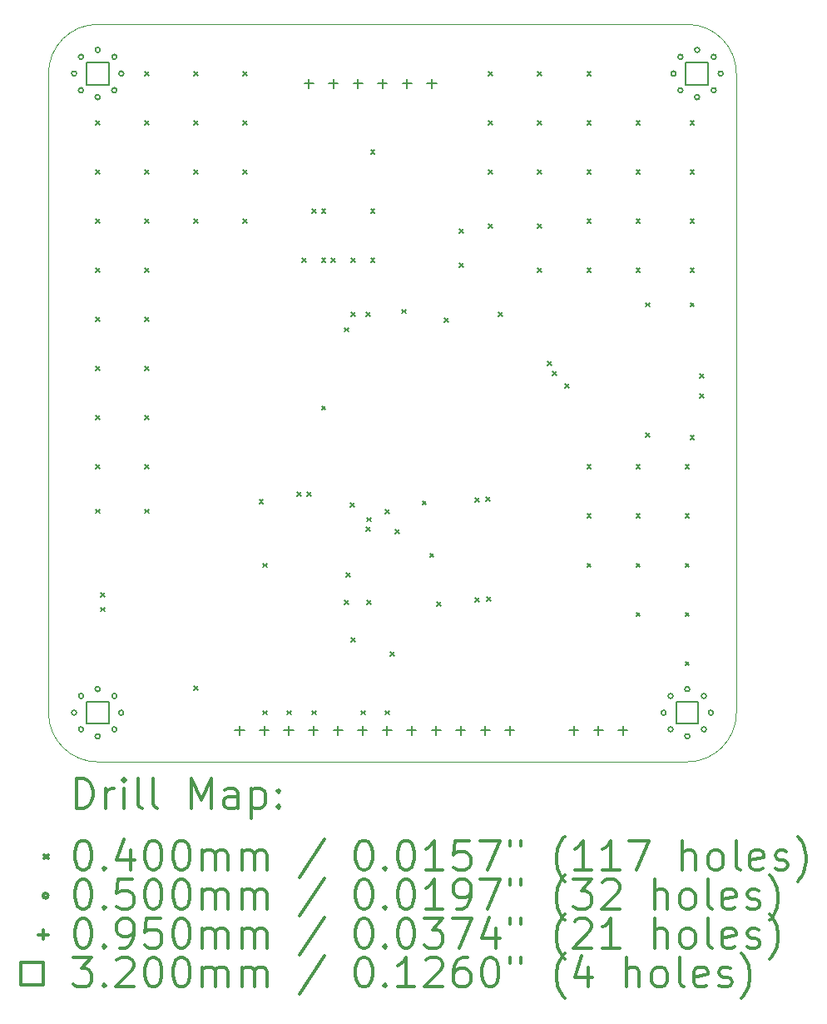
<source format=gbr>
%FSLAX45Y45*%
G04 Gerber Fmt 4.5, Leading zero omitted, Abs format (unit mm)*
G04 Created by KiCad (PCBNEW 5.1.10) date 2021-07-08 07:50:27*
%MOMM*%
%LPD*%
G01*
G04 APERTURE LIST*
%TA.AperFunction,Profile*%
%ADD10C,0.100000*%
%TD*%
%ADD11C,0.200000*%
%ADD12C,0.300000*%
G04 APERTURE END LIST*
D10*
X2500000Y-9500000D02*
G75*
G02*
X2000000Y-9000000I0J500000D01*
G01*
X9000000Y-9000000D02*
G75*
G02*
X8500000Y-9500000I-500000J0D01*
G01*
X8500000Y-2000000D02*
G75*
G02*
X9000000Y-2500000I0J-500000D01*
G01*
X2000000Y-2500000D02*
G75*
G02*
X2500000Y-2000000I500000J0D01*
G01*
X9000000Y-2500000D02*
X9000000Y-9000000D01*
X2500000Y-2000000D02*
X8500000Y-2000000D01*
X2000000Y-9000000D02*
X2000000Y-2500000D01*
X8500000Y-9500000D02*
X2500000Y-9500000D01*
D11*
X2480000Y-2980000D02*
X2520000Y-3020000D01*
X2520000Y-2980000D02*
X2480000Y-3020000D01*
X2480000Y-3480000D02*
X2520000Y-3520000D01*
X2520000Y-3480000D02*
X2480000Y-3520000D01*
X2480000Y-3980000D02*
X2520000Y-4020000D01*
X2520000Y-3980000D02*
X2480000Y-4020000D01*
X2480000Y-4480000D02*
X2520000Y-4520000D01*
X2520000Y-4480000D02*
X2480000Y-4520000D01*
X2480000Y-4980000D02*
X2520000Y-5020000D01*
X2520000Y-4980000D02*
X2480000Y-5020000D01*
X2480000Y-5480000D02*
X2520000Y-5520000D01*
X2520000Y-5480000D02*
X2480000Y-5520000D01*
X2480000Y-5980000D02*
X2520000Y-6020000D01*
X2520000Y-5980000D02*
X2480000Y-6020000D01*
X2480000Y-6480000D02*
X2520000Y-6520000D01*
X2520000Y-6480000D02*
X2480000Y-6520000D01*
X2480000Y-6930000D02*
X2520000Y-6970000D01*
X2520000Y-6930000D02*
X2480000Y-6970000D01*
X2530000Y-7780000D02*
X2570000Y-7820000D01*
X2570000Y-7780000D02*
X2530000Y-7820000D01*
X2530000Y-7930000D02*
X2570000Y-7970000D01*
X2570000Y-7930000D02*
X2530000Y-7970000D01*
X2980000Y-2480000D02*
X3020000Y-2520000D01*
X3020000Y-2480000D02*
X2980000Y-2520000D01*
X2980000Y-2980000D02*
X3020000Y-3020000D01*
X3020000Y-2980000D02*
X2980000Y-3020000D01*
X2980000Y-3480000D02*
X3020000Y-3520000D01*
X3020000Y-3480000D02*
X2980000Y-3520000D01*
X2980000Y-3980000D02*
X3020000Y-4020000D01*
X3020000Y-3980000D02*
X2980000Y-4020000D01*
X2980000Y-4480000D02*
X3020000Y-4520000D01*
X3020000Y-4480000D02*
X2980000Y-4520000D01*
X2980000Y-4980000D02*
X3020000Y-5020000D01*
X3020000Y-4980000D02*
X2980000Y-5020000D01*
X2980000Y-5480000D02*
X3020000Y-5520000D01*
X3020000Y-5480000D02*
X2980000Y-5520000D01*
X2980000Y-5980000D02*
X3020000Y-6020000D01*
X3020000Y-5980000D02*
X2980000Y-6020000D01*
X2980000Y-6480000D02*
X3020000Y-6520000D01*
X3020000Y-6480000D02*
X2980000Y-6520000D01*
X2980000Y-6930000D02*
X3020000Y-6970000D01*
X3020000Y-6930000D02*
X2980000Y-6970000D01*
X3480000Y-2480000D02*
X3520000Y-2520000D01*
X3520000Y-2480000D02*
X3480000Y-2520000D01*
X3480000Y-2980000D02*
X3520000Y-3020000D01*
X3520000Y-2980000D02*
X3480000Y-3020000D01*
X3480000Y-3480000D02*
X3520000Y-3520000D01*
X3520000Y-3480000D02*
X3480000Y-3520000D01*
X3480000Y-3980000D02*
X3520000Y-4020000D01*
X3520000Y-3980000D02*
X3480000Y-4020000D01*
X3480000Y-8730000D02*
X3520000Y-8770000D01*
X3520000Y-8730000D02*
X3480000Y-8770000D01*
X3980000Y-2480000D02*
X4020000Y-2520000D01*
X4020000Y-2480000D02*
X3980000Y-2520000D01*
X3980000Y-2980000D02*
X4020000Y-3020000D01*
X4020000Y-2980000D02*
X3980000Y-3020000D01*
X3980000Y-3480000D02*
X4020000Y-3520000D01*
X4020000Y-3480000D02*
X3980000Y-3520000D01*
X3980000Y-3980000D02*
X4020000Y-4020000D01*
X4020000Y-3980000D02*
X3980000Y-4020000D01*
X4145000Y-6835000D02*
X4185000Y-6875000D01*
X4185000Y-6835000D02*
X4145000Y-6875000D01*
X4180000Y-7480000D02*
X4220000Y-7520000D01*
X4220000Y-7480000D02*
X4180000Y-7520000D01*
X4180000Y-8980000D02*
X4220000Y-9020000D01*
X4220000Y-8980000D02*
X4180000Y-9020000D01*
X4430000Y-8980000D02*
X4470000Y-9020000D01*
X4470000Y-8980000D02*
X4430000Y-9020000D01*
X4530000Y-6755000D02*
X4570000Y-6795000D01*
X4570000Y-6755000D02*
X4530000Y-6795000D01*
X4580000Y-4380000D02*
X4620000Y-4420000D01*
X4620000Y-4380000D02*
X4580000Y-4420000D01*
X4630000Y-6755000D02*
X4670000Y-6795000D01*
X4670000Y-6755000D02*
X4630000Y-6795000D01*
X4680000Y-3880000D02*
X4720000Y-3920000D01*
X4720000Y-3880000D02*
X4680000Y-3920000D01*
X4680000Y-8980000D02*
X4720000Y-9020000D01*
X4720000Y-8980000D02*
X4680000Y-9020000D01*
X4780000Y-3880000D02*
X4820000Y-3920000D01*
X4820000Y-3880000D02*
X4780000Y-3920000D01*
X4780000Y-4380000D02*
X4820000Y-4420000D01*
X4820000Y-4380000D02*
X4780000Y-4420000D01*
X4780000Y-5880000D02*
X4820000Y-5920000D01*
X4820000Y-5880000D02*
X4780000Y-5920000D01*
X4880000Y-4380000D02*
X4920000Y-4420000D01*
X4920000Y-4380000D02*
X4880000Y-4420000D01*
X5010000Y-5085000D02*
X5050000Y-5125000D01*
X5050000Y-5085000D02*
X5010000Y-5125000D01*
X5015000Y-7860000D02*
X5055000Y-7900000D01*
X5055000Y-7860000D02*
X5015000Y-7900000D01*
X5030000Y-7580000D02*
X5070000Y-7620000D01*
X5070000Y-7580000D02*
X5030000Y-7620000D01*
X5070000Y-6865000D02*
X5110000Y-6905000D01*
X5110000Y-6865000D02*
X5070000Y-6905000D01*
X5080000Y-4380000D02*
X5120000Y-4420000D01*
X5120000Y-4380000D02*
X5080000Y-4420000D01*
X5080000Y-4930000D02*
X5120000Y-4970000D01*
X5120000Y-4930000D02*
X5080000Y-4970000D01*
X5080000Y-8240000D02*
X5120000Y-8280000D01*
X5120000Y-8240000D02*
X5080000Y-8280000D01*
X5180000Y-8980000D02*
X5220000Y-9020000D01*
X5220000Y-8980000D02*
X5180000Y-9020000D01*
X5230000Y-4930000D02*
X5270000Y-4970000D01*
X5270000Y-4930000D02*
X5230000Y-4970000D01*
X5235000Y-7115000D02*
X5275000Y-7155000D01*
X5275000Y-7115000D02*
X5235000Y-7155000D01*
X5240000Y-7015000D02*
X5280000Y-7055000D01*
X5280000Y-7015000D02*
X5240000Y-7055000D01*
X5240000Y-7860000D02*
X5280000Y-7900000D01*
X5280000Y-7860000D02*
X5240000Y-7900000D01*
X5280000Y-3280000D02*
X5320000Y-3320000D01*
X5320000Y-3280000D02*
X5280000Y-3320000D01*
X5280000Y-3880000D02*
X5320000Y-3920000D01*
X5320000Y-3880000D02*
X5280000Y-3920000D01*
X5280000Y-4380000D02*
X5320000Y-4420000D01*
X5320000Y-4380000D02*
X5280000Y-4420000D01*
X5430000Y-6935000D02*
X5470000Y-6975000D01*
X5470000Y-6935000D02*
X5430000Y-6975000D01*
X5430000Y-8980000D02*
X5470000Y-9020000D01*
X5470000Y-8980000D02*
X5430000Y-9020000D01*
X5480000Y-8380000D02*
X5520000Y-8420000D01*
X5520000Y-8380000D02*
X5480000Y-8420000D01*
X5530000Y-7140000D02*
X5570000Y-7180000D01*
X5570000Y-7140000D02*
X5530000Y-7180000D01*
X5599319Y-4899319D02*
X5639319Y-4939319D01*
X5639319Y-4899319D02*
X5599319Y-4939319D01*
X5805000Y-6845000D02*
X5845000Y-6885000D01*
X5845000Y-6845000D02*
X5805000Y-6885000D01*
X5880000Y-7380000D02*
X5920000Y-7420000D01*
X5920000Y-7380000D02*
X5880000Y-7420000D01*
X5950000Y-7875000D02*
X5990000Y-7915000D01*
X5990000Y-7875000D02*
X5950000Y-7915000D01*
X6030000Y-4989319D02*
X6070000Y-5029319D01*
X6070000Y-4989319D02*
X6030000Y-5029319D01*
X6180000Y-4080000D02*
X6220000Y-4120000D01*
X6220000Y-4080000D02*
X6180000Y-4120000D01*
X6180000Y-4430000D02*
X6220000Y-4470000D01*
X6220000Y-4430000D02*
X6180000Y-4470000D01*
X6342500Y-6815000D02*
X6382500Y-6855000D01*
X6382500Y-6815000D02*
X6342500Y-6855000D01*
X6342500Y-7830000D02*
X6382500Y-7870000D01*
X6382500Y-7830000D02*
X6342500Y-7870000D01*
X6455000Y-6805000D02*
X6495000Y-6845000D01*
X6495000Y-6805000D02*
X6455000Y-6845000D01*
X6460000Y-7825000D02*
X6500000Y-7865000D01*
X6500000Y-7825000D02*
X6460000Y-7865000D01*
X6480000Y-2480000D02*
X6520000Y-2520000D01*
X6520000Y-2480000D02*
X6480000Y-2520000D01*
X6480000Y-2980000D02*
X6520000Y-3020000D01*
X6520000Y-2980000D02*
X6480000Y-3020000D01*
X6480000Y-3480000D02*
X6520000Y-3520000D01*
X6520000Y-3480000D02*
X6480000Y-3520000D01*
X6480000Y-4030000D02*
X6520000Y-4070000D01*
X6520000Y-4030000D02*
X6480000Y-4070000D01*
X6580000Y-4930000D02*
X6620000Y-4970000D01*
X6620000Y-4930000D02*
X6580000Y-4970000D01*
X6980000Y-2480000D02*
X7020000Y-2520000D01*
X7020000Y-2480000D02*
X6980000Y-2520000D01*
X6980000Y-2980000D02*
X7020000Y-3020000D01*
X7020000Y-2980000D02*
X6980000Y-3020000D01*
X6980000Y-3480000D02*
X7020000Y-3520000D01*
X7020000Y-3480000D02*
X6980000Y-3520000D01*
X6980000Y-4030000D02*
X7020000Y-4070000D01*
X7020000Y-4030000D02*
X6980000Y-4070000D01*
X6980000Y-4480000D02*
X7020000Y-4520000D01*
X7020000Y-4480000D02*
X6980000Y-4520000D01*
X7080000Y-5430000D02*
X7120000Y-5470000D01*
X7120000Y-5430000D02*
X7080000Y-5470000D01*
X7130000Y-5530000D02*
X7170000Y-5570000D01*
X7170000Y-5530000D02*
X7130000Y-5570000D01*
X7255000Y-5655000D02*
X7295000Y-5695000D01*
X7295000Y-5655000D02*
X7255000Y-5695000D01*
X7480000Y-2480000D02*
X7520000Y-2520000D01*
X7520000Y-2480000D02*
X7480000Y-2520000D01*
X7480000Y-2980000D02*
X7520000Y-3020000D01*
X7520000Y-2980000D02*
X7480000Y-3020000D01*
X7480000Y-3480000D02*
X7520000Y-3520000D01*
X7520000Y-3480000D02*
X7480000Y-3520000D01*
X7480000Y-3980000D02*
X7520000Y-4020000D01*
X7520000Y-3980000D02*
X7480000Y-4020000D01*
X7480000Y-4480000D02*
X7520000Y-4520000D01*
X7520000Y-4480000D02*
X7480000Y-4520000D01*
X7480000Y-6480000D02*
X7520000Y-6520000D01*
X7520000Y-6480000D02*
X7480000Y-6520000D01*
X7480000Y-6980000D02*
X7520000Y-7020000D01*
X7520000Y-6980000D02*
X7480000Y-7020000D01*
X7480000Y-7480000D02*
X7520000Y-7520000D01*
X7520000Y-7480000D02*
X7480000Y-7520000D01*
X7980000Y-2980000D02*
X8020000Y-3020000D01*
X8020000Y-2980000D02*
X7980000Y-3020000D01*
X7980000Y-3480000D02*
X8020000Y-3520000D01*
X8020000Y-3480000D02*
X7980000Y-3520000D01*
X7980000Y-3980000D02*
X8020000Y-4020000D01*
X8020000Y-3980000D02*
X7980000Y-4020000D01*
X7980000Y-4480000D02*
X8020000Y-4520000D01*
X8020000Y-4480000D02*
X7980000Y-4520000D01*
X7980000Y-6480000D02*
X8020000Y-6520000D01*
X8020000Y-6480000D02*
X7980000Y-6520000D01*
X7980000Y-6980000D02*
X8020000Y-7020000D01*
X8020000Y-6980000D02*
X7980000Y-7020000D01*
X7980000Y-7480000D02*
X8020000Y-7520000D01*
X8020000Y-7480000D02*
X7980000Y-7520000D01*
X7980000Y-7980000D02*
X8020000Y-8020000D01*
X8020000Y-7980000D02*
X7980000Y-8020000D01*
X8080000Y-4830000D02*
X8120000Y-4870000D01*
X8120000Y-4830000D02*
X8080000Y-4870000D01*
X8080000Y-6155000D02*
X8120000Y-6195000D01*
X8120000Y-6155000D02*
X8080000Y-6195000D01*
X8480000Y-6480000D02*
X8520000Y-6520000D01*
X8520000Y-6480000D02*
X8480000Y-6520000D01*
X8480000Y-6980000D02*
X8520000Y-7020000D01*
X8520000Y-6980000D02*
X8480000Y-7020000D01*
X8480000Y-7480000D02*
X8520000Y-7520000D01*
X8520000Y-7480000D02*
X8480000Y-7520000D01*
X8480000Y-7980000D02*
X8520000Y-8020000D01*
X8520000Y-7980000D02*
X8480000Y-8020000D01*
X8480000Y-8480000D02*
X8520000Y-8520000D01*
X8520000Y-8480000D02*
X8480000Y-8520000D01*
X8530000Y-2980000D02*
X8570000Y-3020000D01*
X8570000Y-2980000D02*
X8530000Y-3020000D01*
X8530000Y-3480000D02*
X8570000Y-3520000D01*
X8570000Y-3480000D02*
X8530000Y-3520000D01*
X8530000Y-3980000D02*
X8570000Y-4020000D01*
X8570000Y-3980000D02*
X8530000Y-4020000D01*
X8530000Y-4480000D02*
X8570000Y-4520000D01*
X8570000Y-4480000D02*
X8530000Y-4520000D01*
X8530000Y-4830000D02*
X8570000Y-4870000D01*
X8570000Y-4830000D02*
X8530000Y-4870000D01*
X8530000Y-6180000D02*
X8570000Y-6220000D01*
X8570000Y-6180000D02*
X8530000Y-6220000D01*
X8630000Y-5555000D02*
X8670000Y-5595000D01*
X8670000Y-5555000D02*
X8630000Y-5595000D01*
X8630000Y-5755000D02*
X8670000Y-5795000D01*
X8670000Y-5755000D02*
X8630000Y-5795000D01*
X2285000Y-2500000D02*
G75*
G03*
X2285000Y-2500000I-25000J0D01*
G01*
X2285000Y-9000000D02*
G75*
G03*
X2285000Y-9000000I-25000J0D01*
G01*
X2355294Y-2330294D02*
G75*
G03*
X2355294Y-2330294I-25000J0D01*
G01*
X2355294Y-2669706D02*
G75*
G03*
X2355294Y-2669706I-25000J0D01*
G01*
X2355294Y-8830294D02*
G75*
G03*
X2355294Y-8830294I-25000J0D01*
G01*
X2355294Y-9169706D02*
G75*
G03*
X2355294Y-9169706I-25000J0D01*
G01*
X2525000Y-2260000D02*
G75*
G03*
X2525000Y-2260000I-25000J0D01*
G01*
X2525000Y-2740000D02*
G75*
G03*
X2525000Y-2740000I-25000J0D01*
G01*
X2525000Y-8760000D02*
G75*
G03*
X2525000Y-8760000I-25000J0D01*
G01*
X2525000Y-9240000D02*
G75*
G03*
X2525000Y-9240000I-25000J0D01*
G01*
X2694706Y-2330294D02*
G75*
G03*
X2694706Y-2330294I-25000J0D01*
G01*
X2694706Y-2669706D02*
G75*
G03*
X2694706Y-2669706I-25000J0D01*
G01*
X2694706Y-8830294D02*
G75*
G03*
X2694706Y-8830294I-25000J0D01*
G01*
X2694706Y-9169706D02*
G75*
G03*
X2694706Y-9169706I-25000J0D01*
G01*
X2765000Y-2500000D02*
G75*
G03*
X2765000Y-2500000I-25000J0D01*
G01*
X2765000Y-9000000D02*
G75*
G03*
X2765000Y-9000000I-25000J0D01*
G01*
X8285000Y-9000000D02*
G75*
G03*
X8285000Y-9000000I-25000J0D01*
G01*
X8355294Y-8830294D02*
G75*
G03*
X8355294Y-8830294I-25000J0D01*
G01*
X8355294Y-9169706D02*
G75*
G03*
X8355294Y-9169706I-25000J0D01*
G01*
X8385000Y-2500000D02*
G75*
G03*
X8385000Y-2500000I-25000J0D01*
G01*
X8455294Y-2330294D02*
G75*
G03*
X8455294Y-2330294I-25000J0D01*
G01*
X8455294Y-2669706D02*
G75*
G03*
X8455294Y-2669706I-25000J0D01*
G01*
X8525000Y-8760000D02*
G75*
G03*
X8525000Y-8760000I-25000J0D01*
G01*
X8525000Y-9240000D02*
G75*
G03*
X8525000Y-9240000I-25000J0D01*
G01*
X8625000Y-2260000D02*
G75*
G03*
X8625000Y-2260000I-25000J0D01*
G01*
X8625000Y-2740000D02*
G75*
G03*
X8625000Y-2740000I-25000J0D01*
G01*
X8694706Y-8830294D02*
G75*
G03*
X8694706Y-8830294I-25000J0D01*
G01*
X8694706Y-9169706D02*
G75*
G03*
X8694706Y-9169706I-25000J0D01*
G01*
X8765000Y-9000000D02*
G75*
G03*
X8765000Y-9000000I-25000J0D01*
G01*
X8794706Y-2330294D02*
G75*
G03*
X8794706Y-2330294I-25000J0D01*
G01*
X8794706Y-2669706D02*
G75*
G03*
X8794706Y-2669706I-25000J0D01*
G01*
X8865000Y-2500000D02*
G75*
G03*
X8865000Y-2500000I-25000J0D01*
G01*
X3945000Y-9132500D02*
X3945000Y-9227500D01*
X3897500Y-9180000D02*
X3992500Y-9180000D01*
X4195000Y-9132500D02*
X4195000Y-9227500D01*
X4147500Y-9180000D02*
X4242500Y-9180000D01*
X4445000Y-9132500D02*
X4445000Y-9227500D01*
X4397500Y-9180000D02*
X4492500Y-9180000D01*
X4650000Y-2552500D02*
X4650000Y-2647500D01*
X4602500Y-2600000D02*
X4697500Y-2600000D01*
X4695000Y-9132500D02*
X4695000Y-9227500D01*
X4647500Y-9180000D02*
X4742500Y-9180000D01*
X4900000Y-2552500D02*
X4900000Y-2647500D01*
X4852500Y-2600000D02*
X4947500Y-2600000D01*
X4945000Y-9132500D02*
X4945000Y-9227500D01*
X4897500Y-9180000D02*
X4992500Y-9180000D01*
X5150000Y-2552500D02*
X5150000Y-2647500D01*
X5102500Y-2600000D02*
X5197500Y-2600000D01*
X5195000Y-9132500D02*
X5195000Y-9227500D01*
X5147500Y-9180000D02*
X5242500Y-9180000D01*
X5400000Y-2552500D02*
X5400000Y-2647500D01*
X5352500Y-2600000D02*
X5447500Y-2600000D01*
X5445000Y-9132500D02*
X5445000Y-9227500D01*
X5397500Y-9180000D02*
X5492500Y-9180000D01*
X5650000Y-2552500D02*
X5650000Y-2647500D01*
X5602500Y-2600000D02*
X5697500Y-2600000D01*
X5695000Y-9132500D02*
X5695000Y-9227500D01*
X5647500Y-9180000D02*
X5742500Y-9180000D01*
X5900000Y-2552500D02*
X5900000Y-2647500D01*
X5852500Y-2600000D02*
X5947500Y-2600000D01*
X5945000Y-9132500D02*
X5945000Y-9227500D01*
X5897500Y-9180000D02*
X5992500Y-9180000D01*
X6195000Y-9132500D02*
X6195000Y-9227500D01*
X6147500Y-9180000D02*
X6242500Y-9180000D01*
X6445000Y-9132500D02*
X6445000Y-9227500D01*
X6397500Y-9180000D02*
X6492500Y-9180000D01*
X6695000Y-9132500D02*
X6695000Y-9227500D01*
X6647500Y-9180000D02*
X6742500Y-9180000D01*
X7345000Y-9132500D02*
X7345000Y-9227500D01*
X7297500Y-9180000D02*
X7392500Y-9180000D01*
X7595000Y-9132500D02*
X7595000Y-9227500D01*
X7547500Y-9180000D02*
X7642500Y-9180000D01*
X7845000Y-9132500D02*
X7845000Y-9227500D01*
X7797500Y-9180000D02*
X7892500Y-9180000D01*
X2613138Y-2613138D02*
X2613138Y-2386862D01*
X2386862Y-2386862D01*
X2386862Y-2613138D01*
X2613138Y-2613138D01*
X2613138Y-9113138D02*
X2613138Y-8886862D01*
X2386862Y-8886862D01*
X2386862Y-9113138D01*
X2613138Y-9113138D01*
X8613138Y-9113138D02*
X8613138Y-8886862D01*
X8386862Y-8886862D01*
X8386862Y-9113138D01*
X8613138Y-9113138D01*
X8713138Y-2613138D02*
X8713138Y-2386862D01*
X8486862Y-2386862D01*
X8486862Y-2613138D01*
X8713138Y-2613138D01*
D12*
X2281428Y-9970714D02*
X2281428Y-9670714D01*
X2352857Y-9670714D01*
X2395714Y-9685000D01*
X2424286Y-9713572D01*
X2438571Y-9742143D01*
X2452857Y-9799286D01*
X2452857Y-9842143D01*
X2438571Y-9899286D01*
X2424286Y-9927857D01*
X2395714Y-9956429D01*
X2352857Y-9970714D01*
X2281428Y-9970714D01*
X2581428Y-9970714D02*
X2581428Y-9770714D01*
X2581428Y-9827857D02*
X2595714Y-9799286D01*
X2610000Y-9785000D01*
X2638571Y-9770714D01*
X2667143Y-9770714D01*
X2767143Y-9970714D02*
X2767143Y-9770714D01*
X2767143Y-9670714D02*
X2752857Y-9685000D01*
X2767143Y-9699286D01*
X2781428Y-9685000D01*
X2767143Y-9670714D01*
X2767143Y-9699286D01*
X2952857Y-9970714D02*
X2924286Y-9956429D01*
X2910000Y-9927857D01*
X2910000Y-9670714D01*
X3110000Y-9970714D02*
X3081428Y-9956429D01*
X3067143Y-9927857D01*
X3067143Y-9670714D01*
X3452857Y-9970714D02*
X3452857Y-9670714D01*
X3552857Y-9885000D01*
X3652857Y-9670714D01*
X3652857Y-9970714D01*
X3924286Y-9970714D02*
X3924286Y-9813572D01*
X3910000Y-9785000D01*
X3881428Y-9770714D01*
X3824286Y-9770714D01*
X3795714Y-9785000D01*
X3924286Y-9956429D02*
X3895714Y-9970714D01*
X3824286Y-9970714D01*
X3795714Y-9956429D01*
X3781428Y-9927857D01*
X3781428Y-9899286D01*
X3795714Y-9870714D01*
X3824286Y-9856429D01*
X3895714Y-9856429D01*
X3924286Y-9842143D01*
X4067143Y-9770714D02*
X4067143Y-10070714D01*
X4067143Y-9785000D02*
X4095714Y-9770714D01*
X4152857Y-9770714D01*
X4181428Y-9785000D01*
X4195714Y-9799286D01*
X4210000Y-9827857D01*
X4210000Y-9913572D01*
X4195714Y-9942143D01*
X4181428Y-9956429D01*
X4152857Y-9970714D01*
X4095714Y-9970714D01*
X4067143Y-9956429D01*
X4338571Y-9942143D02*
X4352857Y-9956429D01*
X4338571Y-9970714D01*
X4324286Y-9956429D01*
X4338571Y-9942143D01*
X4338571Y-9970714D01*
X4338571Y-9785000D02*
X4352857Y-9799286D01*
X4338571Y-9813572D01*
X4324286Y-9799286D01*
X4338571Y-9785000D01*
X4338571Y-9813572D01*
X1955000Y-10445000D02*
X1995000Y-10485000D01*
X1995000Y-10445000D02*
X1955000Y-10485000D01*
X2338571Y-10300714D02*
X2367143Y-10300714D01*
X2395714Y-10315000D01*
X2410000Y-10329286D01*
X2424286Y-10357857D01*
X2438571Y-10415000D01*
X2438571Y-10486429D01*
X2424286Y-10543572D01*
X2410000Y-10572143D01*
X2395714Y-10586429D01*
X2367143Y-10600714D01*
X2338571Y-10600714D01*
X2310000Y-10586429D01*
X2295714Y-10572143D01*
X2281428Y-10543572D01*
X2267143Y-10486429D01*
X2267143Y-10415000D01*
X2281428Y-10357857D01*
X2295714Y-10329286D01*
X2310000Y-10315000D01*
X2338571Y-10300714D01*
X2567143Y-10572143D02*
X2581428Y-10586429D01*
X2567143Y-10600714D01*
X2552857Y-10586429D01*
X2567143Y-10572143D01*
X2567143Y-10600714D01*
X2838571Y-10400714D02*
X2838571Y-10600714D01*
X2767143Y-10286429D02*
X2695714Y-10500714D01*
X2881428Y-10500714D01*
X3052857Y-10300714D02*
X3081428Y-10300714D01*
X3110000Y-10315000D01*
X3124286Y-10329286D01*
X3138571Y-10357857D01*
X3152857Y-10415000D01*
X3152857Y-10486429D01*
X3138571Y-10543572D01*
X3124286Y-10572143D01*
X3110000Y-10586429D01*
X3081428Y-10600714D01*
X3052857Y-10600714D01*
X3024286Y-10586429D01*
X3010000Y-10572143D01*
X2995714Y-10543572D01*
X2981428Y-10486429D01*
X2981428Y-10415000D01*
X2995714Y-10357857D01*
X3010000Y-10329286D01*
X3024286Y-10315000D01*
X3052857Y-10300714D01*
X3338571Y-10300714D02*
X3367143Y-10300714D01*
X3395714Y-10315000D01*
X3410000Y-10329286D01*
X3424286Y-10357857D01*
X3438571Y-10415000D01*
X3438571Y-10486429D01*
X3424286Y-10543572D01*
X3410000Y-10572143D01*
X3395714Y-10586429D01*
X3367143Y-10600714D01*
X3338571Y-10600714D01*
X3310000Y-10586429D01*
X3295714Y-10572143D01*
X3281428Y-10543572D01*
X3267143Y-10486429D01*
X3267143Y-10415000D01*
X3281428Y-10357857D01*
X3295714Y-10329286D01*
X3310000Y-10315000D01*
X3338571Y-10300714D01*
X3567143Y-10600714D02*
X3567143Y-10400714D01*
X3567143Y-10429286D02*
X3581428Y-10415000D01*
X3610000Y-10400714D01*
X3652857Y-10400714D01*
X3681428Y-10415000D01*
X3695714Y-10443572D01*
X3695714Y-10600714D01*
X3695714Y-10443572D02*
X3710000Y-10415000D01*
X3738571Y-10400714D01*
X3781428Y-10400714D01*
X3810000Y-10415000D01*
X3824286Y-10443572D01*
X3824286Y-10600714D01*
X3967143Y-10600714D02*
X3967143Y-10400714D01*
X3967143Y-10429286D02*
X3981428Y-10415000D01*
X4010000Y-10400714D01*
X4052857Y-10400714D01*
X4081428Y-10415000D01*
X4095714Y-10443572D01*
X4095714Y-10600714D01*
X4095714Y-10443572D02*
X4110000Y-10415000D01*
X4138571Y-10400714D01*
X4181428Y-10400714D01*
X4210000Y-10415000D01*
X4224286Y-10443572D01*
X4224286Y-10600714D01*
X4810000Y-10286429D02*
X4552857Y-10672143D01*
X5195714Y-10300714D02*
X5224286Y-10300714D01*
X5252857Y-10315000D01*
X5267143Y-10329286D01*
X5281428Y-10357857D01*
X5295714Y-10415000D01*
X5295714Y-10486429D01*
X5281428Y-10543572D01*
X5267143Y-10572143D01*
X5252857Y-10586429D01*
X5224286Y-10600714D01*
X5195714Y-10600714D01*
X5167143Y-10586429D01*
X5152857Y-10572143D01*
X5138571Y-10543572D01*
X5124286Y-10486429D01*
X5124286Y-10415000D01*
X5138571Y-10357857D01*
X5152857Y-10329286D01*
X5167143Y-10315000D01*
X5195714Y-10300714D01*
X5424286Y-10572143D02*
X5438571Y-10586429D01*
X5424286Y-10600714D01*
X5410000Y-10586429D01*
X5424286Y-10572143D01*
X5424286Y-10600714D01*
X5624286Y-10300714D02*
X5652857Y-10300714D01*
X5681428Y-10315000D01*
X5695714Y-10329286D01*
X5710000Y-10357857D01*
X5724286Y-10415000D01*
X5724286Y-10486429D01*
X5710000Y-10543572D01*
X5695714Y-10572143D01*
X5681428Y-10586429D01*
X5652857Y-10600714D01*
X5624286Y-10600714D01*
X5595714Y-10586429D01*
X5581428Y-10572143D01*
X5567143Y-10543572D01*
X5552857Y-10486429D01*
X5552857Y-10415000D01*
X5567143Y-10357857D01*
X5581428Y-10329286D01*
X5595714Y-10315000D01*
X5624286Y-10300714D01*
X6010000Y-10600714D02*
X5838571Y-10600714D01*
X5924286Y-10600714D02*
X5924286Y-10300714D01*
X5895714Y-10343572D01*
X5867143Y-10372143D01*
X5838571Y-10386429D01*
X6281428Y-10300714D02*
X6138571Y-10300714D01*
X6124286Y-10443572D01*
X6138571Y-10429286D01*
X6167143Y-10415000D01*
X6238571Y-10415000D01*
X6267143Y-10429286D01*
X6281428Y-10443572D01*
X6295714Y-10472143D01*
X6295714Y-10543572D01*
X6281428Y-10572143D01*
X6267143Y-10586429D01*
X6238571Y-10600714D01*
X6167143Y-10600714D01*
X6138571Y-10586429D01*
X6124286Y-10572143D01*
X6395714Y-10300714D02*
X6595714Y-10300714D01*
X6467143Y-10600714D01*
X6695714Y-10300714D02*
X6695714Y-10357857D01*
X6810000Y-10300714D02*
X6810000Y-10357857D01*
X7252857Y-10715000D02*
X7238571Y-10700714D01*
X7210000Y-10657857D01*
X7195714Y-10629286D01*
X7181428Y-10586429D01*
X7167143Y-10515000D01*
X7167143Y-10457857D01*
X7181428Y-10386429D01*
X7195714Y-10343572D01*
X7210000Y-10315000D01*
X7238571Y-10272143D01*
X7252857Y-10257857D01*
X7524286Y-10600714D02*
X7352857Y-10600714D01*
X7438571Y-10600714D02*
X7438571Y-10300714D01*
X7410000Y-10343572D01*
X7381428Y-10372143D01*
X7352857Y-10386429D01*
X7810000Y-10600714D02*
X7638571Y-10600714D01*
X7724286Y-10600714D02*
X7724286Y-10300714D01*
X7695714Y-10343572D01*
X7667143Y-10372143D01*
X7638571Y-10386429D01*
X7910000Y-10300714D02*
X8110000Y-10300714D01*
X7981428Y-10600714D01*
X8452857Y-10600714D02*
X8452857Y-10300714D01*
X8581428Y-10600714D02*
X8581428Y-10443572D01*
X8567143Y-10415000D01*
X8538571Y-10400714D01*
X8495714Y-10400714D01*
X8467143Y-10415000D01*
X8452857Y-10429286D01*
X8767143Y-10600714D02*
X8738571Y-10586429D01*
X8724286Y-10572143D01*
X8710000Y-10543572D01*
X8710000Y-10457857D01*
X8724286Y-10429286D01*
X8738571Y-10415000D01*
X8767143Y-10400714D01*
X8810000Y-10400714D01*
X8838571Y-10415000D01*
X8852857Y-10429286D01*
X8867143Y-10457857D01*
X8867143Y-10543572D01*
X8852857Y-10572143D01*
X8838571Y-10586429D01*
X8810000Y-10600714D01*
X8767143Y-10600714D01*
X9038571Y-10600714D02*
X9010000Y-10586429D01*
X8995714Y-10557857D01*
X8995714Y-10300714D01*
X9267143Y-10586429D02*
X9238571Y-10600714D01*
X9181428Y-10600714D01*
X9152857Y-10586429D01*
X9138571Y-10557857D01*
X9138571Y-10443572D01*
X9152857Y-10415000D01*
X9181428Y-10400714D01*
X9238571Y-10400714D01*
X9267143Y-10415000D01*
X9281428Y-10443572D01*
X9281428Y-10472143D01*
X9138571Y-10500714D01*
X9395714Y-10586429D02*
X9424286Y-10600714D01*
X9481428Y-10600714D01*
X9510000Y-10586429D01*
X9524286Y-10557857D01*
X9524286Y-10543572D01*
X9510000Y-10515000D01*
X9481428Y-10500714D01*
X9438571Y-10500714D01*
X9410000Y-10486429D01*
X9395714Y-10457857D01*
X9395714Y-10443572D01*
X9410000Y-10415000D01*
X9438571Y-10400714D01*
X9481428Y-10400714D01*
X9510000Y-10415000D01*
X9624286Y-10715000D02*
X9638571Y-10700714D01*
X9667143Y-10657857D01*
X9681428Y-10629286D01*
X9695714Y-10586429D01*
X9710000Y-10515000D01*
X9710000Y-10457857D01*
X9695714Y-10386429D01*
X9681428Y-10343572D01*
X9667143Y-10315000D01*
X9638571Y-10272143D01*
X9624286Y-10257857D01*
X1995000Y-10861000D02*
G75*
G03*
X1995000Y-10861000I-25000J0D01*
G01*
X2338571Y-10696714D02*
X2367143Y-10696714D01*
X2395714Y-10711000D01*
X2410000Y-10725286D01*
X2424286Y-10753857D01*
X2438571Y-10811000D01*
X2438571Y-10882429D01*
X2424286Y-10939572D01*
X2410000Y-10968143D01*
X2395714Y-10982429D01*
X2367143Y-10996714D01*
X2338571Y-10996714D01*
X2310000Y-10982429D01*
X2295714Y-10968143D01*
X2281428Y-10939572D01*
X2267143Y-10882429D01*
X2267143Y-10811000D01*
X2281428Y-10753857D01*
X2295714Y-10725286D01*
X2310000Y-10711000D01*
X2338571Y-10696714D01*
X2567143Y-10968143D02*
X2581428Y-10982429D01*
X2567143Y-10996714D01*
X2552857Y-10982429D01*
X2567143Y-10968143D01*
X2567143Y-10996714D01*
X2852857Y-10696714D02*
X2710000Y-10696714D01*
X2695714Y-10839572D01*
X2710000Y-10825286D01*
X2738571Y-10811000D01*
X2810000Y-10811000D01*
X2838571Y-10825286D01*
X2852857Y-10839572D01*
X2867143Y-10868143D01*
X2867143Y-10939572D01*
X2852857Y-10968143D01*
X2838571Y-10982429D01*
X2810000Y-10996714D01*
X2738571Y-10996714D01*
X2710000Y-10982429D01*
X2695714Y-10968143D01*
X3052857Y-10696714D02*
X3081428Y-10696714D01*
X3110000Y-10711000D01*
X3124286Y-10725286D01*
X3138571Y-10753857D01*
X3152857Y-10811000D01*
X3152857Y-10882429D01*
X3138571Y-10939572D01*
X3124286Y-10968143D01*
X3110000Y-10982429D01*
X3081428Y-10996714D01*
X3052857Y-10996714D01*
X3024286Y-10982429D01*
X3010000Y-10968143D01*
X2995714Y-10939572D01*
X2981428Y-10882429D01*
X2981428Y-10811000D01*
X2995714Y-10753857D01*
X3010000Y-10725286D01*
X3024286Y-10711000D01*
X3052857Y-10696714D01*
X3338571Y-10696714D02*
X3367143Y-10696714D01*
X3395714Y-10711000D01*
X3410000Y-10725286D01*
X3424286Y-10753857D01*
X3438571Y-10811000D01*
X3438571Y-10882429D01*
X3424286Y-10939572D01*
X3410000Y-10968143D01*
X3395714Y-10982429D01*
X3367143Y-10996714D01*
X3338571Y-10996714D01*
X3310000Y-10982429D01*
X3295714Y-10968143D01*
X3281428Y-10939572D01*
X3267143Y-10882429D01*
X3267143Y-10811000D01*
X3281428Y-10753857D01*
X3295714Y-10725286D01*
X3310000Y-10711000D01*
X3338571Y-10696714D01*
X3567143Y-10996714D02*
X3567143Y-10796714D01*
X3567143Y-10825286D02*
X3581428Y-10811000D01*
X3610000Y-10796714D01*
X3652857Y-10796714D01*
X3681428Y-10811000D01*
X3695714Y-10839572D01*
X3695714Y-10996714D01*
X3695714Y-10839572D02*
X3710000Y-10811000D01*
X3738571Y-10796714D01*
X3781428Y-10796714D01*
X3810000Y-10811000D01*
X3824286Y-10839572D01*
X3824286Y-10996714D01*
X3967143Y-10996714D02*
X3967143Y-10796714D01*
X3967143Y-10825286D02*
X3981428Y-10811000D01*
X4010000Y-10796714D01*
X4052857Y-10796714D01*
X4081428Y-10811000D01*
X4095714Y-10839572D01*
X4095714Y-10996714D01*
X4095714Y-10839572D02*
X4110000Y-10811000D01*
X4138571Y-10796714D01*
X4181428Y-10796714D01*
X4210000Y-10811000D01*
X4224286Y-10839572D01*
X4224286Y-10996714D01*
X4810000Y-10682429D02*
X4552857Y-11068143D01*
X5195714Y-10696714D02*
X5224286Y-10696714D01*
X5252857Y-10711000D01*
X5267143Y-10725286D01*
X5281428Y-10753857D01*
X5295714Y-10811000D01*
X5295714Y-10882429D01*
X5281428Y-10939572D01*
X5267143Y-10968143D01*
X5252857Y-10982429D01*
X5224286Y-10996714D01*
X5195714Y-10996714D01*
X5167143Y-10982429D01*
X5152857Y-10968143D01*
X5138571Y-10939572D01*
X5124286Y-10882429D01*
X5124286Y-10811000D01*
X5138571Y-10753857D01*
X5152857Y-10725286D01*
X5167143Y-10711000D01*
X5195714Y-10696714D01*
X5424286Y-10968143D02*
X5438571Y-10982429D01*
X5424286Y-10996714D01*
X5410000Y-10982429D01*
X5424286Y-10968143D01*
X5424286Y-10996714D01*
X5624286Y-10696714D02*
X5652857Y-10696714D01*
X5681428Y-10711000D01*
X5695714Y-10725286D01*
X5710000Y-10753857D01*
X5724286Y-10811000D01*
X5724286Y-10882429D01*
X5710000Y-10939572D01*
X5695714Y-10968143D01*
X5681428Y-10982429D01*
X5652857Y-10996714D01*
X5624286Y-10996714D01*
X5595714Y-10982429D01*
X5581428Y-10968143D01*
X5567143Y-10939572D01*
X5552857Y-10882429D01*
X5552857Y-10811000D01*
X5567143Y-10753857D01*
X5581428Y-10725286D01*
X5595714Y-10711000D01*
X5624286Y-10696714D01*
X6010000Y-10996714D02*
X5838571Y-10996714D01*
X5924286Y-10996714D02*
X5924286Y-10696714D01*
X5895714Y-10739572D01*
X5867143Y-10768143D01*
X5838571Y-10782429D01*
X6152857Y-10996714D02*
X6210000Y-10996714D01*
X6238571Y-10982429D01*
X6252857Y-10968143D01*
X6281428Y-10925286D01*
X6295714Y-10868143D01*
X6295714Y-10753857D01*
X6281428Y-10725286D01*
X6267143Y-10711000D01*
X6238571Y-10696714D01*
X6181428Y-10696714D01*
X6152857Y-10711000D01*
X6138571Y-10725286D01*
X6124286Y-10753857D01*
X6124286Y-10825286D01*
X6138571Y-10853857D01*
X6152857Y-10868143D01*
X6181428Y-10882429D01*
X6238571Y-10882429D01*
X6267143Y-10868143D01*
X6281428Y-10853857D01*
X6295714Y-10825286D01*
X6395714Y-10696714D02*
X6595714Y-10696714D01*
X6467143Y-10996714D01*
X6695714Y-10696714D02*
X6695714Y-10753857D01*
X6810000Y-10696714D02*
X6810000Y-10753857D01*
X7252857Y-11111000D02*
X7238571Y-11096714D01*
X7210000Y-11053857D01*
X7195714Y-11025286D01*
X7181428Y-10982429D01*
X7167143Y-10911000D01*
X7167143Y-10853857D01*
X7181428Y-10782429D01*
X7195714Y-10739572D01*
X7210000Y-10711000D01*
X7238571Y-10668143D01*
X7252857Y-10653857D01*
X7338571Y-10696714D02*
X7524286Y-10696714D01*
X7424286Y-10811000D01*
X7467143Y-10811000D01*
X7495714Y-10825286D01*
X7510000Y-10839572D01*
X7524286Y-10868143D01*
X7524286Y-10939572D01*
X7510000Y-10968143D01*
X7495714Y-10982429D01*
X7467143Y-10996714D01*
X7381428Y-10996714D01*
X7352857Y-10982429D01*
X7338571Y-10968143D01*
X7638571Y-10725286D02*
X7652857Y-10711000D01*
X7681428Y-10696714D01*
X7752857Y-10696714D01*
X7781428Y-10711000D01*
X7795714Y-10725286D01*
X7810000Y-10753857D01*
X7810000Y-10782429D01*
X7795714Y-10825286D01*
X7624286Y-10996714D01*
X7810000Y-10996714D01*
X8167143Y-10996714D02*
X8167143Y-10696714D01*
X8295714Y-10996714D02*
X8295714Y-10839572D01*
X8281428Y-10811000D01*
X8252857Y-10796714D01*
X8210000Y-10796714D01*
X8181428Y-10811000D01*
X8167143Y-10825286D01*
X8481428Y-10996714D02*
X8452857Y-10982429D01*
X8438571Y-10968143D01*
X8424286Y-10939572D01*
X8424286Y-10853857D01*
X8438571Y-10825286D01*
X8452857Y-10811000D01*
X8481428Y-10796714D01*
X8524286Y-10796714D01*
X8552857Y-10811000D01*
X8567143Y-10825286D01*
X8581428Y-10853857D01*
X8581428Y-10939572D01*
X8567143Y-10968143D01*
X8552857Y-10982429D01*
X8524286Y-10996714D01*
X8481428Y-10996714D01*
X8752857Y-10996714D02*
X8724286Y-10982429D01*
X8710000Y-10953857D01*
X8710000Y-10696714D01*
X8981428Y-10982429D02*
X8952857Y-10996714D01*
X8895714Y-10996714D01*
X8867143Y-10982429D01*
X8852857Y-10953857D01*
X8852857Y-10839572D01*
X8867143Y-10811000D01*
X8895714Y-10796714D01*
X8952857Y-10796714D01*
X8981428Y-10811000D01*
X8995714Y-10839572D01*
X8995714Y-10868143D01*
X8852857Y-10896714D01*
X9110000Y-10982429D02*
X9138571Y-10996714D01*
X9195714Y-10996714D01*
X9224286Y-10982429D01*
X9238571Y-10953857D01*
X9238571Y-10939572D01*
X9224286Y-10911000D01*
X9195714Y-10896714D01*
X9152857Y-10896714D01*
X9124286Y-10882429D01*
X9110000Y-10853857D01*
X9110000Y-10839572D01*
X9124286Y-10811000D01*
X9152857Y-10796714D01*
X9195714Y-10796714D01*
X9224286Y-10811000D01*
X9338571Y-11111000D02*
X9352857Y-11096714D01*
X9381428Y-11053857D01*
X9395714Y-11025286D01*
X9410000Y-10982429D01*
X9424286Y-10911000D01*
X9424286Y-10853857D01*
X9410000Y-10782429D01*
X9395714Y-10739572D01*
X9381428Y-10711000D01*
X9352857Y-10668143D01*
X9338571Y-10653857D01*
X1947500Y-11209500D02*
X1947500Y-11304500D01*
X1900000Y-11257000D02*
X1995000Y-11257000D01*
X2338571Y-11092714D02*
X2367143Y-11092714D01*
X2395714Y-11107000D01*
X2410000Y-11121286D01*
X2424286Y-11149857D01*
X2438571Y-11207000D01*
X2438571Y-11278429D01*
X2424286Y-11335571D01*
X2410000Y-11364143D01*
X2395714Y-11378429D01*
X2367143Y-11392714D01*
X2338571Y-11392714D01*
X2310000Y-11378429D01*
X2295714Y-11364143D01*
X2281428Y-11335571D01*
X2267143Y-11278429D01*
X2267143Y-11207000D01*
X2281428Y-11149857D01*
X2295714Y-11121286D01*
X2310000Y-11107000D01*
X2338571Y-11092714D01*
X2567143Y-11364143D02*
X2581428Y-11378429D01*
X2567143Y-11392714D01*
X2552857Y-11378429D01*
X2567143Y-11364143D01*
X2567143Y-11392714D01*
X2724286Y-11392714D02*
X2781428Y-11392714D01*
X2810000Y-11378429D01*
X2824286Y-11364143D01*
X2852857Y-11321286D01*
X2867143Y-11264143D01*
X2867143Y-11149857D01*
X2852857Y-11121286D01*
X2838571Y-11107000D01*
X2810000Y-11092714D01*
X2752857Y-11092714D01*
X2724286Y-11107000D01*
X2710000Y-11121286D01*
X2695714Y-11149857D01*
X2695714Y-11221286D01*
X2710000Y-11249857D01*
X2724286Y-11264143D01*
X2752857Y-11278429D01*
X2810000Y-11278429D01*
X2838571Y-11264143D01*
X2852857Y-11249857D01*
X2867143Y-11221286D01*
X3138571Y-11092714D02*
X2995714Y-11092714D01*
X2981428Y-11235571D01*
X2995714Y-11221286D01*
X3024286Y-11207000D01*
X3095714Y-11207000D01*
X3124286Y-11221286D01*
X3138571Y-11235571D01*
X3152857Y-11264143D01*
X3152857Y-11335571D01*
X3138571Y-11364143D01*
X3124286Y-11378429D01*
X3095714Y-11392714D01*
X3024286Y-11392714D01*
X2995714Y-11378429D01*
X2981428Y-11364143D01*
X3338571Y-11092714D02*
X3367143Y-11092714D01*
X3395714Y-11107000D01*
X3410000Y-11121286D01*
X3424286Y-11149857D01*
X3438571Y-11207000D01*
X3438571Y-11278429D01*
X3424286Y-11335571D01*
X3410000Y-11364143D01*
X3395714Y-11378429D01*
X3367143Y-11392714D01*
X3338571Y-11392714D01*
X3310000Y-11378429D01*
X3295714Y-11364143D01*
X3281428Y-11335571D01*
X3267143Y-11278429D01*
X3267143Y-11207000D01*
X3281428Y-11149857D01*
X3295714Y-11121286D01*
X3310000Y-11107000D01*
X3338571Y-11092714D01*
X3567143Y-11392714D02*
X3567143Y-11192714D01*
X3567143Y-11221286D02*
X3581428Y-11207000D01*
X3610000Y-11192714D01*
X3652857Y-11192714D01*
X3681428Y-11207000D01*
X3695714Y-11235571D01*
X3695714Y-11392714D01*
X3695714Y-11235571D02*
X3710000Y-11207000D01*
X3738571Y-11192714D01*
X3781428Y-11192714D01*
X3810000Y-11207000D01*
X3824286Y-11235571D01*
X3824286Y-11392714D01*
X3967143Y-11392714D02*
X3967143Y-11192714D01*
X3967143Y-11221286D02*
X3981428Y-11207000D01*
X4010000Y-11192714D01*
X4052857Y-11192714D01*
X4081428Y-11207000D01*
X4095714Y-11235571D01*
X4095714Y-11392714D01*
X4095714Y-11235571D02*
X4110000Y-11207000D01*
X4138571Y-11192714D01*
X4181428Y-11192714D01*
X4210000Y-11207000D01*
X4224286Y-11235571D01*
X4224286Y-11392714D01*
X4810000Y-11078429D02*
X4552857Y-11464143D01*
X5195714Y-11092714D02*
X5224286Y-11092714D01*
X5252857Y-11107000D01*
X5267143Y-11121286D01*
X5281428Y-11149857D01*
X5295714Y-11207000D01*
X5295714Y-11278429D01*
X5281428Y-11335571D01*
X5267143Y-11364143D01*
X5252857Y-11378429D01*
X5224286Y-11392714D01*
X5195714Y-11392714D01*
X5167143Y-11378429D01*
X5152857Y-11364143D01*
X5138571Y-11335571D01*
X5124286Y-11278429D01*
X5124286Y-11207000D01*
X5138571Y-11149857D01*
X5152857Y-11121286D01*
X5167143Y-11107000D01*
X5195714Y-11092714D01*
X5424286Y-11364143D02*
X5438571Y-11378429D01*
X5424286Y-11392714D01*
X5410000Y-11378429D01*
X5424286Y-11364143D01*
X5424286Y-11392714D01*
X5624286Y-11092714D02*
X5652857Y-11092714D01*
X5681428Y-11107000D01*
X5695714Y-11121286D01*
X5710000Y-11149857D01*
X5724286Y-11207000D01*
X5724286Y-11278429D01*
X5710000Y-11335571D01*
X5695714Y-11364143D01*
X5681428Y-11378429D01*
X5652857Y-11392714D01*
X5624286Y-11392714D01*
X5595714Y-11378429D01*
X5581428Y-11364143D01*
X5567143Y-11335571D01*
X5552857Y-11278429D01*
X5552857Y-11207000D01*
X5567143Y-11149857D01*
X5581428Y-11121286D01*
X5595714Y-11107000D01*
X5624286Y-11092714D01*
X5824286Y-11092714D02*
X6010000Y-11092714D01*
X5910000Y-11207000D01*
X5952857Y-11207000D01*
X5981428Y-11221286D01*
X5995714Y-11235571D01*
X6010000Y-11264143D01*
X6010000Y-11335571D01*
X5995714Y-11364143D01*
X5981428Y-11378429D01*
X5952857Y-11392714D01*
X5867143Y-11392714D01*
X5838571Y-11378429D01*
X5824286Y-11364143D01*
X6110000Y-11092714D02*
X6310000Y-11092714D01*
X6181428Y-11392714D01*
X6552857Y-11192714D02*
X6552857Y-11392714D01*
X6481428Y-11078429D02*
X6410000Y-11292714D01*
X6595714Y-11292714D01*
X6695714Y-11092714D02*
X6695714Y-11149857D01*
X6810000Y-11092714D02*
X6810000Y-11149857D01*
X7252857Y-11507000D02*
X7238571Y-11492714D01*
X7210000Y-11449857D01*
X7195714Y-11421286D01*
X7181428Y-11378429D01*
X7167143Y-11307000D01*
X7167143Y-11249857D01*
X7181428Y-11178429D01*
X7195714Y-11135572D01*
X7210000Y-11107000D01*
X7238571Y-11064143D01*
X7252857Y-11049857D01*
X7352857Y-11121286D02*
X7367143Y-11107000D01*
X7395714Y-11092714D01*
X7467143Y-11092714D01*
X7495714Y-11107000D01*
X7510000Y-11121286D01*
X7524286Y-11149857D01*
X7524286Y-11178429D01*
X7510000Y-11221286D01*
X7338571Y-11392714D01*
X7524286Y-11392714D01*
X7810000Y-11392714D02*
X7638571Y-11392714D01*
X7724286Y-11392714D02*
X7724286Y-11092714D01*
X7695714Y-11135572D01*
X7667143Y-11164143D01*
X7638571Y-11178429D01*
X8167143Y-11392714D02*
X8167143Y-11092714D01*
X8295714Y-11392714D02*
X8295714Y-11235571D01*
X8281428Y-11207000D01*
X8252857Y-11192714D01*
X8210000Y-11192714D01*
X8181428Y-11207000D01*
X8167143Y-11221286D01*
X8481428Y-11392714D02*
X8452857Y-11378429D01*
X8438571Y-11364143D01*
X8424286Y-11335571D01*
X8424286Y-11249857D01*
X8438571Y-11221286D01*
X8452857Y-11207000D01*
X8481428Y-11192714D01*
X8524286Y-11192714D01*
X8552857Y-11207000D01*
X8567143Y-11221286D01*
X8581428Y-11249857D01*
X8581428Y-11335571D01*
X8567143Y-11364143D01*
X8552857Y-11378429D01*
X8524286Y-11392714D01*
X8481428Y-11392714D01*
X8752857Y-11392714D02*
X8724286Y-11378429D01*
X8710000Y-11349857D01*
X8710000Y-11092714D01*
X8981428Y-11378429D02*
X8952857Y-11392714D01*
X8895714Y-11392714D01*
X8867143Y-11378429D01*
X8852857Y-11349857D01*
X8852857Y-11235571D01*
X8867143Y-11207000D01*
X8895714Y-11192714D01*
X8952857Y-11192714D01*
X8981428Y-11207000D01*
X8995714Y-11235571D01*
X8995714Y-11264143D01*
X8852857Y-11292714D01*
X9110000Y-11378429D02*
X9138571Y-11392714D01*
X9195714Y-11392714D01*
X9224286Y-11378429D01*
X9238571Y-11349857D01*
X9238571Y-11335571D01*
X9224286Y-11307000D01*
X9195714Y-11292714D01*
X9152857Y-11292714D01*
X9124286Y-11278429D01*
X9110000Y-11249857D01*
X9110000Y-11235571D01*
X9124286Y-11207000D01*
X9152857Y-11192714D01*
X9195714Y-11192714D01*
X9224286Y-11207000D01*
X9338571Y-11507000D02*
X9352857Y-11492714D01*
X9381428Y-11449857D01*
X9395714Y-11421286D01*
X9410000Y-11378429D01*
X9424286Y-11307000D01*
X9424286Y-11249857D01*
X9410000Y-11178429D01*
X9395714Y-11135572D01*
X9381428Y-11107000D01*
X9352857Y-11064143D01*
X9338571Y-11049857D01*
X1948138Y-11766138D02*
X1948138Y-11539862D01*
X1721862Y-11539862D01*
X1721862Y-11766138D01*
X1948138Y-11766138D01*
X2252857Y-11488714D02*
X2438571Y-11488714D01*
X2338571Y-11603000D01*
X2381428Y-11603000D01*
X2410000Y-11617286D01*
X2424286Y-11631571D01*
X2438571Y-11660143D01*
X2438571Y-11731571D01*
X2424286Y-11760143D01*
X2410000Y-11774429D01*
X2381428Y-11788714D01*
X2295714Y-11788714D01*
X2267143Y-11774429D01*
X2252857Y-11760143D01*
X2567143Y-11760143D02*
X2581428Y-11774429D01*
X2567143Y-11788714D01*
X2552857Y-11774429D01*
X2567143Y-11760143D01*
X2567143Y-11788714D01*
X2695714Y-11517286D02*
X2710000Y-11503000D01*
X2738571Y-11488714D01*
X2810000Y-11488714D01*
X2838571Y-11503000D01*
X2852857Y-11517286D01*
X2867143Y-11545857D01*
X2867143Y-11574429D01*
X2852857Y-11617286D01*
X2681428Y-11788714D01*
X2867143Y-11788714D01*
X3052857Y-11488714D02*
X3081428Y-11488714D01*
X3110000Y-11503000D01*
X3124286Y-11517286D01*
X3138571Y-11545857D01*
X3152857Y-11603000D01*
X3152857Y-11674429D01*
X3138571Y-11731571D01*
X3124286Y-11760143D01*
X3110000Y-11774429D01*
X3081428Y-11788714D01*
X3052857Y-11788714D01*
X3024286Y-11774429D01*
X3010000Y-11760143D01*
X2995714Y-11731571D01*
X2981428Y-11674429D01*
X2981428Y-11603000D01*
X2995714Y-11545857D01*
X3010000Y-11517286D01*
X3024286Y-11503000D01*
X3052857Y-11488714D01*
X3338571Y-11488714D02*
X3367143Y-11488714D01*
X3395714Y-11503000D01*
X3410000Y-11517286D01*
X3424286Y-11545857D01*
X3438571Y-11603000D01*
X3438571Y-11674429D01*
X3424286Y-11731571D01*
X3410000Y-11760143D01*
X3395714Y-11774429D01*
X3367143Y-11788714D01*
X3338571Y-11788714D01*
X3310000Y-11774429D01*
X3295714Y-11760143D01*
X3281428Y-11731571D01*
X3267143Y-11674429D01*
X3267143Y-11603000D01*
X3281428Y-11545857D01*
X3295714Y-11517286D01*
X3310000Y-11503000D01*
X3338571Y-11488714D01*
X3567143Y-11788714D02*
X3567143Y-11588714D01*
X3567143Y-11617286D02*
X3581428Y-11603000D01*
X3610000Y-11588714D01*
X3652857Y-11588714D01*
X3681428Y-11603000D01*
X3695714Y-11631571D01*
X3695714Y-11788714D01*
X3695714Y-11631571D02*
X3710000Y-11603000D01*
X3738571Y-11588714D01*
X3781428Y-11588714D01*
X3810000Y-11603000D01*
X3824286Y-11631571D01*
X3824286Y-11788714D01*
X3967143Y-11788714D02*
X3967143Y-11588714D01*
X3967143Y-11617286D02*
X3981428Y-11603000D01*
X4010000Y-11588714D01*
X4052857Y-11588714D01*
X4081428Y-11603000D01*
X4095714Y-11631571D01*
X4095714Y-11788714D01*
X4095714Y-11631571D02*
X4110000Y-11603000D01*
X4138571Y-11588714D01*
X4181428Y-11588714D01*
X4210000Y-11603000D01*
X4224286Y-11631571D01*
X4224286Y-11788714D01*
X4810000Y-11474429D02*
X4552857Y-11860143D01*
X5195714Y-11488714D02*
X5224286Y-11488714D01*
X5252857Y-11503000D01*
X5267143Y-11517286D01*
X5281428Y-11545857D01*
X5295714Y-11603000D01*
X5295714Y-11674429D01*
X5281428Y-11731571D01*
X5267143Y-11760143D01*
X5252857Y-11774429D01*
X5224286Y-11788714D01*
X5195714Y-11788714D01*
X5167143Y-11774429D01*
X5152857Y-11760143D01*
X5138571Y-11731571D01*
X5124286Y-11674429D01*
X5124286Y-11603000D01*
X5138571Y-11545857D01*
X5152857Y-11517286D01*
X5167143Y-11503000D01*
X5195714Y-11488714D01*
X5424286Y-11760143D02*
X5438571Y-11774429D01*
X5424286Y-11788714D01*
X5410000Y-11774429D01*
X5424286Y-11760143D01*
X5424286Y-11788714D01*
X5724286Y-11788714D02*
X5552857Y-11788714D01*
X5638571Y-11788714D02*
X5638571Y-11488714D01*
X5610000Y-11531571D01*
X5581428Y-11560143D01*
X5552857Y-11574429D01*
X5838571Y-11517286D02*
X5852857Y-11503000D01*
X5881428Y-11488714D01*
X5952857Y-11488714D01*
X5981428Y-11503000D01*
X5995714Y-11517286D01*
X6010000Y-11545857D01*
X6010000Y-11574429D01*
X5995714Y-11617286D01*
X5824286Y-11788714D01*
X6010000Y-11788714D01*
X6267143Y-11488714D02*
X6210000Y-11488714D01*
X6181428Y-11503000D01*
X6167143Y-11517286D01*
X6138571Y-11560143D01*
X6124286Y-11617286D01*
X6124286Y-11731571D01*
X6138571Y-11760143D01*
X6152857Y-11774429D01*
X6181428Y-11788714D01*
X6238571Y-11788714D01*
X6267143Y-11774429D01*
X6281428Y-11760143D01*
X6295714Y-11731571D01*
X6295714Y-11660143D01*
X6281428Y-11631571D01*
X6267143Y-11617286D01*
X6238571Y-11603000D01*
X6181428Y-11603000D01*
X6152857Y-11617286D01*
X6138571Y-11631571D01*
X6124286Y-11660143D01*
X6481428Y-11488714D02*
X6510000Y-11488714D01*
X6538571Y-11503000D01*
X6552857Y-11517286D01*
X6567143Y-11545857D01*
X6581428Y-11603000D01*
X6581428Y-11674429D01*
X6567143Y-11731571D01*
X6552857Y-11760143D01*
X6538571Y-11774429D01*
X6510000Y-11788714D01*
X6481428Y-11788714D01*
X6452857Y-11774429D01*
X6438571Y-11760143D01*
X6424286Y-11731571D01*
X6410000Y-11674429D01*
X6410000Y-11603000D01*
X6424286Y-11545857D01*
X6438571Y-11517286D01*
X6452857Y-11503000D01*
X6481428Y-11488714D01*
X6695714Y-11488714D02*
X6695714Y-11545857D01*
X6810000Y-11488714D02*
X6810000Y-11545857D01*
X7252857Y-11903000D02*
X7238571Y-11888714D01*
X7210000Y-11845857D01*
X7195714Y-11817286D01*
X7181428Y-11774429D01*
X7167143Y-11703000D01*
X7167143Y-11645857D01*
X7181428Y-11574429D01*
X7195714Y-11531571D01*
X7210000Y-11503000D01*
X7238571Y-11460143D01*
X7252857Y-11445857D01*
X7495714Y-11588714D02*
X7495714Y-11788714D01*
X7424286Y-11474429D02*
X7352857Y-11688714D01*
X7538571Y-11688714D01*
X7881428Y-11788714D02*
X7881428Y-11488714D01*
X8010000Y-11788714D02*
X8010000Y-11631571D01*
X7995714Y-11603000D01*
X7967143Y-11588714D01*
X7924286Y-11588714D01*
X7895714Y-11603000D01*
X7881428Y-11617286D01*
X8195714Y-11788714D02*
X8167143Y-11774429D01*
X8152857Y-11760143D01*
X8138571Y-11731571D01*
X8138571Y-11645857D01*
X8152857Y-11617286D01*
X8167143Y-11603000D01*
X8195714Y-11588714D01*
X8238571Y-11588714D01*
X8267143Y-11603000D01*
X8281428Y-11617286D01*
X8295714Y-11645857D01*
X8295714Y-11731571D01*
X8281428Y-11760143D01*
X8267143Y-11774429D01*
X8238571Y-11788714D01*
X8195714Y-11788714D01*
X8467143Y-11788714D02*
X8438571Y-11774429D01*
X8424286Y-11745857D01*
X8424286Y-11488714D01*
X8695714Y-11774429D02*
X8667143Y-11788714D01*
X8610000Y-11788714D01*
X8581428Y-11774429D01*
X8567143Y-11745857D01*
X8567143Y-11631571D01*
X8581428Y-11603000D01*
X8610000Y-11588714D01*
X8667143Y-11588714D01*
X8695714Y-11603000D01*
X8710000Y-11631571D01*
X8710000Y-11660143D01*
X8567143Y-11688714D01*
X8824286Y-11774429D02*
X8852857Y-11788714D01*
X8910000Y-11788714D01*
X8938571Y-11774429D01*
X8952857Y-11745857D01*
X8952857Y-11731571D01*
X8938571Y-11703000D01*
X8910000Y-11688714D01*
X8867143Y-11688714D01*
X8838571Y-11674429D01*
X8824286Y-11645857D01*
X8824286Y-11631571D01*
X8838571Y-11603000D01*
X8867143Y-11588714D01*
X8910000Y-11588714D01*
X8938571Y-11603000D01*
X9052857Y-11903000D02*
X9067143Y-11888714D01*
X9095714Y-11845857D01*
X9110000Y-11817286D01*
X9124286Y-11774429D01*
X9138571Y-11703000D01*
X9138571Y-11645857D01*
X9124286Y-11574429D01*
X9110000Y-11531571D01*
X9095714Y-11503000D01*
X9067143Y-11460143D01*
X9052857Y-11445857D01*
M02*

</source>
